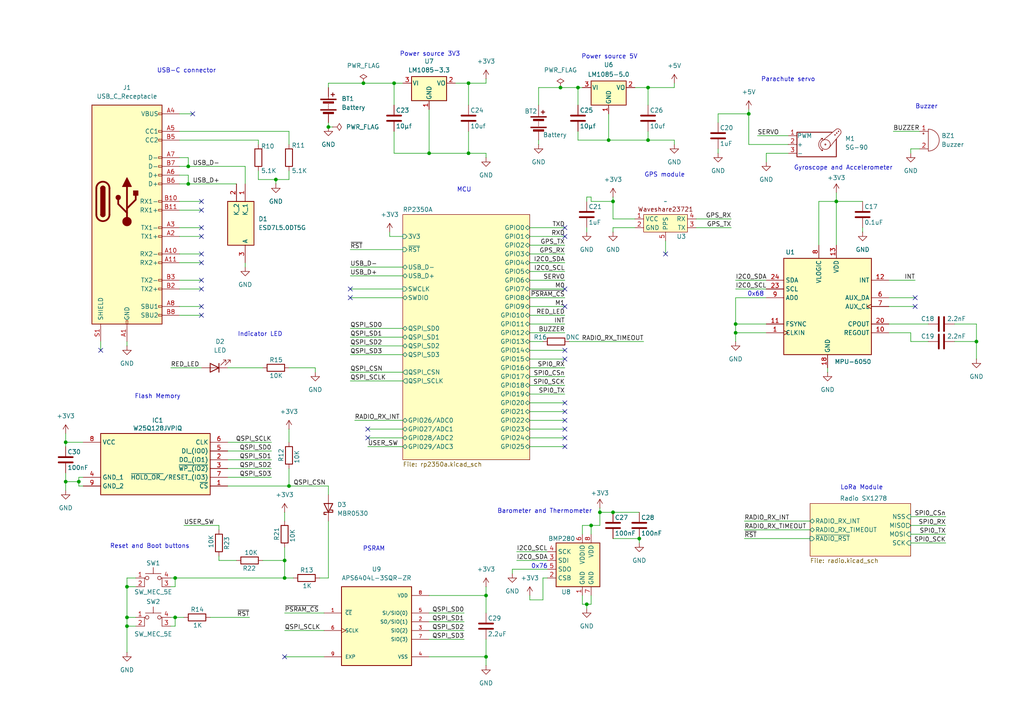
<source format=kicad_sch>
(kicad_sch (version 20250114) (generator "eeschema") (generator_version "9.0")
  (paper "A4")
  (title_block (title "Main Board") (date "2025-10-17") (rev "1.0.2") (company "Team ApolLO") (comment 1 "Author: Wiktor Kociuba"))
  (text "0x68\n" (at 219.202 85.344 0) (effects (font (size 1.27 1.27))))
  (text "Buzzer\n" (at 268.732 30.988 0) (effects (font (size 1.27 1.27))))
  (text "Power source 5V\n" (at 176.784 16.51 0) (effects (font (size 1.27 1.27))))
  (text "Parachute servo\n" (at 228.6 23.114 0) (effects (font (size 1.27 1.27))))
  (text "Gyroscope and Accelerometer" (at 244.602 48.768 0) (effects (font (size 1.27 1.27))))
  (text "Reset and Boot buttons" (at 43.434 158.496 0) (effects (font (size 1.27 1.27))))
  (text "GPS module\n" (at 192.786 50.8 0) (effects (font (size 1.27 1.27))))
  (text "LoRa Module\n" (at 249.936 141.478 0) (effects (font (size 1.27 1.27))))
  (text "Power source 3V3\n" (at 124.714 15.748 0) (effects (font (size 1.27 1.27))))
  (text "PSRAM\n" (at 108.458 159.258 0) (effects (font (size 1.27 1.27))))
  (text "MCU\n" (at 134.62 55.118 0) (effects (font (size 1.27 1.27))))
  (text "0x76\n" (at 156.464 164.338 0) (effects (font (size 1.27 1.27))))
  (text "Barometer and Thermometer\n" (at 157.988 148.336 0) (effects (font (size 1.27 1.27))))
  (text "USB-C connector\n" (at 54.102 20.574 0) (effects (font (size 1.27 1.27))))
  (text "Indicator LED\n" (at 75.438 97.028 0) (effects (font (size 1.27 1.27))))
  (text "Flash Memory" (at 45.72 115.062 0) (effects (font (size 1.27 1.27))))
  (junction (at 242.57 58.42))
  (junction (at 19.05 139.7))
  (junction (at 36.83 179.07))
  (junction (at 170.18 175.26))
  (junction (at 95.25 36.83))
  (junction (at 135.89 24.13))
  (junction (at 177.8 148.59))
  (junction (at 135.89 44.45))
  (junction (at 213.36 96.52))
  (junction (at 82.55 162.56))
  (junction (at 177.8 58.42))
  (junction (at 83.82 140.97))
  (junction (at 171.45 152.4))
  (junction (at 213.36 93.98))
  (junction (at 124.46 44.45))
  (junction (at 105.41 24.13))
  (junction (at 167.64 25.4))
  (junction (at 36.83 170.18))
  (junction (at 187.96 25.4))
  (junction (at 54.61 53.34))
  (junction (at 185.42 156.21))
  (junction (at 283.21 99.06))
  (junction (at 22.86 139.7))
  (junction (at 80.01 52.07))
  (junction (at 19.05 128.27))
  (junction (at 36.83 181.61))
  (junction (at 140.97 190.5))
  (junction (at 114.3 24.13))
  (junction (at 50.8 167.64))
  (junction (at 217.17 33.02))
  (junction (at 140.97 172.72))
  (junction (at 82.55 167.64))
  (junction (at 176.53 40.64))
  (junction (at 54.61 48.26))
  (junction (at 50.8 179.07))
  (junction (at 173.99 148.59))
  (junction (at 187.96 40.64))
  (junction (at 162.56 25.4))
  (no_connect (at 58.42 91.44))
  (no_connect (at 55.88 33.02))
  (no_connect (at 82.55 190.5))
  (no_connect (at 163.83 88.9))
  (no_connect (at 163.83 124.46))
  (no_connect (at 163.83 116.84))
  (no_connect (at 58.42 73.66))
  (no_connect (at 265.43 86.36))
  (no_connect (at 163.83 129.54))
  (no_connect (at 58.42 60.96))
  (no_connect (at 101.6 83.82))
  (no_connect (at 29.21 101.6))
  (no_connect (at 163.83 101.6))
  (no_connect (at 163.83 66.04))
  (no_connect (at 58.42 66.04))
  (no_connect (at 58.42 58.42))
  (no_connect (at 58.42 76.2))
  (no_connect (at 163.83 68.58))
  (no_connect (at 163.83 127))
  (no_connect (at 58.42 88.9))
  (no_connect (at 163.83 104.14))
  (no_connect (at 163.83 83.82))
  (no_connect (at 193.04 73.66))
  (no_connect (at 58.42 68.58))
  (no_connect (at 106.68 127))
  (no_connect (at 163.83 121.92))
  (no_connect (at 58.42 83.82))
  (no_connect (at 106.68 124.46))
  (no_connect (at 265.43 88.9))
  (no_connect (at 58.42 81.28))
  (no_connect (at 163.83 119.38))
  (no_connect (at 101.6 86.36))
  (wire (pts (xy 177.8 156.21) (xy 185.42 156.21)))
  (wire (pts (xy 49.53 170.18) (xy 50.8 170.18)))
  (wire (pts (xy 201.93 63.5) (xy 212.09 63.5)))
  (wire (pts (xy 171.45 152.4) (xy 168.91 152.4)))
  (wire (pts (xy 242.57 55.88) (xy 242.57 58.42)))
  (wire (pts (xy 176.53 40.64) (xy 187.96 40.64)))
  (wire (pts (xy 167.64 40.64) (xy 176.53 40.64)))
  (wire (pts (xy 50.8 167.64) (xy 82.55 167.64)))
  (wire (pts (xy 22.86 139.7) (xy 19.05 139.7)))
  (wire (pts (xy 54.61 45.72) (xy 54.61 48.26)))
  (wire (pts (xy 153.67 88.9) (xy 163.83 88.9)))
  (wire (pts (xy 22.86 138.43) (xy 22.86 139.7)))
  (wire (pts (xy 257.81 96.52) (xy 264.16 96.52)))
  (wire (pts (xy 264.16 157.48) (xy 274.32 157.48)))
  (wire (pts (xy 219.71 39.37) (xy 228.6 39.37)))
  (wire (pts (xy 217.17 33.02) (xy 208.28 33.02)))
  (wire (pts (xy 153.67 111.76) (xy 163.83 111.76)))
  (wire (pts (xy 124.46 190.5) (xy 140.97 190.5)))
  (wire (pts (xy 215.9 156.21) (xy 234.95 156.21)))
  (wire (pts (xy 52.07 83.82) (xy 58.42 83.82)))
  (wire (pts (xy 132.08 24.13) (xy 135.89 24.13)))
  (wire (pts (xy 22.86 139.7) (xy 22.86 140.97)))
  (wire (pts (xy 124.46 44.45) (xy 135.89 44.45)))
  (wire (pts (xy 201.93 66.04) (xy 212.09 66.04)))
  (wire (pts (xy 222.25 44.45) (xy 222.25 46.99)))
  (wire (pts (xy 95.25 140.97) (xy 95.25 143.51)))
  (wire (pts (xy 95.25 24.13) (xy 105.41 24.13)))
  (wire (pts (xy 213.36 93.98) (xy 222.25 93.98)))
  (wire (pts (xy 156.21 40.64) (xy 156.21 41.91)))
  (wire (pts (xy 36.83 179.07) (xy 36.83 181.61)))
  (wire (pts (xy 52.07 38.1) (xy 83.82 38.1)))
  (wire (pts (xy 66.04 140.97) (xy 83.82 140.97)))
  (wire (pts (xy 168.91 175.26) (xy 168.91 172.72)))
  (wire (pts (xy 74.93 40.64) (xy 74.93 41.91)))
  (wire (pts (xy 213.36 86.36) (xy 222.25 86.36)))
  (wire (pts (xy 71.12 76.2) (xy 71.12 77.47)))
  (wire (pts (xy 63.5 153.67) (xy 63.5 152.4)))
  (wire (pts (xy 215.9 153.67) (xy 234.95 153.67)))
  (wire (pts (xy 153.67 124.46) (xy 163.83 124.46)))
  (wire (pts (xy 66.04 138.43) (xy 78.74 138.43)))
  (wire (pts (xy 217.17 33.02) (xy 217.17 41.91)))
  (wire (pts (xy 153.67 68.58) (xy 163.83 68.58)))
  (wire (pts (xy 170.18 67.31) (xy 170.18 66.04)))
  (wire (pts (xy 91.44 106.68) (xy 91.44 107.95)))
  (wire (pts (xy 135.89 24.13) (xy 135.89 30.48)))
  (wire (pts (xy 259.08 38.1) (xy 266.7 38.1)))
  (wire (pts (xy 83.82 38.1) (xy 83.82 41.91)))
  (wire (pts (xy 167.64 25.4) (xy 167.64 30.48)))
  (wire (pts (xy 36.83 181.61) (xy 36.83 189.23)))
  (wire (pts (xy 54.61 53.34) (xy 68.58 53.34)))
  (wire (pts (xy 52.07 50.8) (xy 54.61 50.8)))
  (wire (pts (xy 153.67 83.82) (xy 163.83 83.82)))
  (wire (pts (xy 195.58 40.64) (xy 195.58 41.91)))
  (wire (pts (xy 185.42 157.48) (xy 185.42 156.21)))
  (wire (pts (xy 66.04 130.81) (xy 78.74 130.81)))
  (wire (pts (xy 173.99 148.59) (xy 173.99 152.4)))
  (wire (pts (xy 49.53 179.07) (xy 50.8 179.07)))
  (wire (pts (xy 101.6 95.25) (xy 116.84 95.25)))
  (wire (pts (xy 68.58 162.56) (xy 63.5 162.56)))
  (wire (pts (xy 82.55 167.64) (xy 85.09 167.64)))
  (wire (pts (xy 95.25 36.83) (xy 95.25 35.56)))
  (wire (pts (xy 101.6 83.82) (xy 116.84 83.82)))
  (wire (pts (xy 50.8 179.07) (xy 53.34 179.07)))
  (wire (pts (xy 257.81 86.36) (xy 265.43 86.36)))
  (wire (pts (xy 124.46 185.42) (xy 134.62 185.42)))
  (wire (pts (xy 52.07 58.42) (xy 58.42 58.42)))
  (wire (pts (xy 140.97 190.5) (xy 140.97 193.04)))
  (wire (pts (xy 257.81 88.9) (xy 265.43 88.9)))
  (wire (pts (xy 114.3 24.13) (xy 114.3 30.48)))
  (wire (pts (xy 52.07 91.44) (xy 58.42 91.44)))
  (wire (pts (xy 66.04 106.68) (xy 76.2 106.68)))
  (wire (pts (xy 171.45 172.72) (xy 171.45 175.26)))
  (wire (pts (xy 92.71 167.64) (xy 95.25 167.64)))
  (wire (pts (xy 162.56 25.4) (xy 167.64 25.4)))
  (wire (pts (xy 124.46 182.88) (xy 134.62 182.88)))
  (wire (pts (xy 114.3 38.1) (xy 114.3 44.45)))
  (wire (pts (xy 177.8 57.15) (xy 177.8 58.42)))
  (wire (pts (xy 153.67 109.22) (xy 163.83 109.22)))
  (wire (pts (xy 213.36 83.82) (xy 222.25 83.82)))
  (wire (pts (xy 36.83 170.18) (xy 39.37 170.18)))
  (wire (pts (xy 114.3 24.13) (xy 116.84 24.13)))
  (wire (pts (xy 177.8 148.59) (xy 185.42 148.59)))
  (wire (pts (xy 116.84 129.54) (xy 106.68 129.54)))
  (wire (pts (xy 24.13 140.97) (xy 22.86 140.97)))
  (wire (pts (xy 153.67 91.44) (xy 163.83 91.44)))
  (wire (pts (xy 82.55 162.56) (xy 82.55 167.64)))
  (wire (pts (xy 52.07 33.02) (xy 55.88 33.02)))
  (wire (pts (xy 135.89 24.13) (xy 140.97 24.13)))
  (wire (pts (xy 264.16 99.06) (xy 269.24 99.06)))
  (wire (pts (xy 53.34 152.4) (xy 63.5 152.4)))
  (wire (pts (xy 167.64 25.4) (xy 168.91 25.4)))
  (wire (pts (xy 140.97 172.72) (xy 140.97 177.8)))
  (wire (pts (xy 153.67 86.36) (xy 163.83 86.36)))
  (wire (pts (xy 187.96 38.1) (xy 187.96 40.64)))
  (wire (pts (xy 116.84 124.46) (xy 106.68 124.46)))
  (wire (pts (xy 52.07 53.34) (xy 54.61 53.34)))
  (wire (pts (xy 60.96 179.07) (xy 72.39 179.07)))
  (wire (pts (xy 83.82 124.46) (xy 83.82 128.27)))
  (wire (pts (xy 82.55 158.75) (xy 82.55 162.56)))
  (wire (pts (xy 101.6 107.95) (xy 116.84 107.95)))
  (wire (pts (xy 153.67 76.2) (xy 163.83 76.2)))
  (wire (pts (xy 101.6 80.01) (xy 116.84 80.01)))
  (wire (pts (xy 213.36 96.52) (xy 213.36 93.98)))
  (wire (pts (xy 135.89 38.1) (xy 135.89 44.45)))
  (wire (pts (xy 36.83 170.18) (xy 36.83 179.07)))
  (wire (pts (xy 153.67 173.99) (xy 153.67 172.72)))
  (wire (pts (xy 19.05 128.27) (xy 19.05 129.54)))
  (wire (pts (xy 170.18 57.15) (xy 170.18 58.42)))
  (wire (pts (xy 52.07 66.04) (xy 58.42 66.04)))
  (wire (pts (xy 95.25 24.13) (xy 95.25 25.4)))
  (wire (pts (xy 171.45 175.26) (xy 170.18 175.26)))
  (wire (pts (xy 208.28 44.45) (xy 208.28 43.18)))
  (wire (pts (xy 105.41 24.13) (xy 114.3 24.13)))
  (wire (pts (xy 148.59 165.1) (xy 148.59 166.37)))
  (wire (pts (xy 66.04 133.35) (xy 78.74 133.35)))
  (wire (pts (xy 156.21 25.4) (xy 162.56 25.4)))
  (wire (pts (xy 156.21 30.48) (xy 156.21 25.4)))
  (wire (pts (xy 173.99 152.4) (xy 171.45 152.4)))
  (wire (pts (xy 54.61 48.26) (xy 71.12 48.26)))
  (wire (pts (xy 50.8 181.61) (xy 50.8 179.07)))
  (wire (pts (xy 264.16 152.4) (xy 274.32 152.4)))
  (wire (pts (xy 170.18 175.26) (xy 170.18 176.53)))
  (wire (pts (xy 195.58 24.13) (xy 195.58 25.4)))
  (wire (pts (xy 257.81 93.98) (xy 269.24 93.98)))
  (wire (pts (xy 242.57 58.42) (xy 250.19 58.42)))
  (wire (pts (xy 36.83 100.33) (xy 36.83 99.06)))
  (wire (pts (xy 177.8 66.04) (xy 177.8 67.31)))
  (wire (pts (xy 52.07 88.9) (xy 58.42 88.9)))
  (wire (pts (xy 153.67 96.52) (xy 163.83 96.52)))
  (wire (pts (xy 113.03 67.31) (xy 113.03 68.58)))
  (wire (pts (xy 74.93 49.53) (xy 74.93 52.07)))
  (wire (pts (xy 177.8 58.42) (xy 177.8 63.5)))
  (wire (pts (xy 52.07 45.72) (xy 54.61 45.72)))
  (wire (pts (xy 82.55 182.88) (xy 93.98 182.88)))
  (wire (pts (xy 36.83 181.61) (xy 39.37 181.61)))
  (wire (pts (xy 74.93 52.07) (xy 80.01 52.07)))
  (wire (pts (xy 83.82 140.97) (xy 95.25 140.97)))
  (wire (pts (xy 66.04 128.27) (xy 78.74 128.27)))
  (wire (pts (xy 140.97 185.42) (xy 140.97 190.5)))
  (wire (pts (xy 80.01 53.34) (xy 80.01 52.07)))
  (wire (pts (xy 242.57 58.42) (xy 242.57 71.12)))
  (wire (pts (xy 168.91 152.4) (xy 168.91 154.94)))
  (wire (pts (xy 173.99 147.32) (xy 173.99 148.59)))
  (wire (pts (xy 82.55 177.8) (xy 93.98 177.8)))
  (wire (pts (xy 157.48 167.64) (xy 157.48 173.99)))
  (wire (pts (xy 213.36 99.06) (xy 213.36 96.52)))
  (wire (pts (xy 264.16 96.52) (xy 264.16 99.06)))
  (wire (pts (xy 184.15 25.4) (xy 187.96 25.4)))
  (wire (pts (xy 149.86 162.56) (xy 158.75 162.56)))
  (wire (pts (xy 49.53 167.64) (xy 50.8 167.64)))
  (wire (pts (xy 177.8 58.42) (xy 171.45 58.42)))
  (wire (pts (xy 116.84 121.92) (xy 102.87 121.92)))
  (wire (pts (xy 276.86 93.98) (xy 283.21 93.98)))
  (wire (pts (xy 276.86 99.06) (xy 283.21 99.06)))
  (wire (pts (xy 158.75 167.64) (xy 157.48 167.64)))
  (wire (pts (xy 149.86 160.02) (xy 158.75 160.02)))
  (wire (pts (xy 153.67 101.6) (xy 163.83 101.6)))
  (wire (pts (xy 101.6 102.87) (xy 116.84 102.87)))
  (wire (pts (xy 153.67 78.74) (xy 163.83 78.74)))
  (wire (pts (xy 83.82 106.68) (xy 91.44 106.68)))
  (wire (pts (xy 83.82 135.89) (xy 83.82 140.97)))
  (wire (pts (xy 101.6 97.79) (xy 116.84 97.79)))
  (wire (pts (xy 49.53 106.68) (xy 58.42 106.68)))
  (wire (pts (xy 153.67 104.14) (xy 163.83 104.14)))
  (wire (pts (xy 101.6 72.39) (xy 116.84 72.39)))
  (wire (pts (xy 39.37 167.64) (xy 36.83 167.64)))
  (wire (pts (xy 237.49 71.12) (xy 237.49 58.42)))
  (wire (pts (xy 153.67 129.54) (xy 163.83 129.54)))
  (wire (pts (xy 52.07 60.96) (xy 58.42 60.96)))
  (wire (pts (xy 187.96 25.4) (xy 187.96 30.48)))
  (wire (pts (xy 171.45 58.42) (xy 171.45 57.15)))
  (wire (pts (xy 264.16 149.86) (xy 274.32 149.86)))
  (wire (pts (xy 217.17 31.75) (xy 217.17 33.02)))
  (wire (pts (xy 237.49 58.42) (xy 242.57 58.42)))
  (wire (pts (xy 187.96 40.64) (xy 195.58 40.64)))
  (wire (pts (xy 140.97 44.45) (xy 140.97 45.72)))
  (wire (pts (xy 76.2 162.56) (xy 82.55 162.56)))
  (wire (pts (xy 266.7 43.18) (xy 264.16 43.18)))
  (wire (pts (xy 171.45 152.4) (xy 171.45 154.94)))
  (wire (pts (xy 124.46 31.75) (xy 124.46 44.45)))
  (wire (pts (xy 52.07 73.66) (xy 58.42 73.66)))
  (wire (pts (xy 283.21 99.06) (xy 283.21 104.14)))
  (wire (pts (xy 153.67 81.28) (xy 163.83 81.28)))
  (wire (pts (xy 213.36 96.52) (xy 222.25 96.52)))
  (wire (pts (xy 153.67 66.04) (xy 163.83 66.04)))
  (wire (pts (xy 116.84 127) (xy 106.68 127)))
  (wire (pts (xy 19.05 137.16) (xy 19.05 139.7)))
  (wire (pts (xy 50.8 170.18) (xy 50.8 167.64)))
  (wire (pts (xy 264.16 154.94) (xy 274.32 154.94)))
  (wire (pts (xy 176.53 33.02) (xy 176.53 40.64)))
  (wire (pts (xy 19.05 125.73) (xy 19.05 128.27)))
  (wire (pts (xy 187.96 25.4) (xy 195.58 25.4)))
  (wire (pts (xy 228.6 41.91) (xy 217.17 41.91)))
  (wire (pts (xy 19.05 139.7) (xy 19.05 142.24)))
  (wire (pts (xy 208.28 33.02) (xy 208.28 35.56)))
  (wire (pts (xy 240.03 107.95) (xy 240.03 106.68)))
  (wire (pts (xy 52.07 76.2) (xy 58.42 76.2)))
  (wire (pts (xy 113.03 68.58) (xy 116.84 68.58)))
  (wire (pts (xy 167.64 38.1) (xy 167.64 40.64)))
  (wire (pts (xy 153.67 71.12) (xy 163.83 71.12)))
  (wire (pts (xy 193.04 69.85) (xy 193.04 73.66)))
  (wire (pts (xy 153.67 73.66) (xy 163.83 73.66)))
  (wire (pts (xy 52.07 68.58) (xy 58.42 68.58)))
  (wire (pts (xy 52.07 40.64) (xy 74.93 40.64)))
  (wire (pts (xy 114.3 44.45) (xy 124.46 44.45)))
  (wire (pts (xy 82.55 148.59) (xy 82.55 151.13)))
  (wire (pts (xy 158.75 165.1) (xy 148.59 165.1)))
  (wire (pts (xy 213.36 81.28) (xy 222.25 81.28)))
  (wire (pts (xy 153.67 116.84) (xy 163.83 116.84)))
  (wire (pts (xy 153.67 127) (xy 163.83 127)))
  (wire (pts (xy 124.46 180.34) (xy 134.62 180.34)))
  (wire (pts (xy 101.6 86.36) (xy 116.84 86.36)))
  (wire (pts (xy 171.45 57.15) (xy 170.18 57.15)))
  (wire (pts (xy 250.19 66.04) (xy 250.19 67.31)))
  (wire (pts (xy 213.36 86.36) (xy 213.36 93.98)))
  (wire (pts (xy 124.46 177.8) (xy 134.62 177.8)))
  (wire (pts (xy 153.67 106.68) (xy 163.83 106.68)))
  (wire (pts (xy 54.61 48.26) (xy 52.07 48.26)))
  (wire (pts (xy 153.67 121.92) (xy 163.83 121.92)))
  (wire (pts (xy 264.16 43.18) (xy 264.16 44.45)))
  (wire (pts (xy 215.9 151.13) (xy 234.95 151.13)))
  (wire (pts (xy 83.82 52.07) (xy 80.01 52.07)))
  (wire (pts (xy 24.13 138.43) (xy 22.86 138.43)))
  (wire (pts (xy 153.67 99.06) (xy 157.48 99.06)))
  (wire (pts (xy 157.48 173.99) (xy 153.67 173.99)))
  (wire (pts (xy 95.25 167.64) (xy 95.25 151.13)))
  (wire (pts (xy 101.6 100.33) (xy 116.84 100.33)))
  (wire (pts (xy 52.07 81.28) (xy 58.42 81.28)))
  (wire (pts (xy 283.21 93.98) (xy 283.21 99.06)))
  (wire (pts (xy 170.18 175.26) (xy 168.91 175.26)))
  (wire (pts (xy 165.1 99.06) (xy 186.69 99.06)))
  (wire (pts (xy 184.15 66.04) (xy 177.8 66.04)))
  (wire (pts (xy 257.81 81.28) (xy 265.43 81.28)))
  (wire (pts (xy 228.6 44.45) (xy 222.25 44.45)))
  (wire (pts (xy 63.5 162.56) (xy 63.5 161.29)))
  (wire (pts (xy 66.04 135.89) (xy 78.74 135.89)))
  (wire (pts (xy 124.46 172.72) (xy 140.97 172.72)))
  (wire (pts (xy 153.67 119.38) (xy 163.83 119.38)))
  (wire (pts (xy 24.13 128.27) (xy 19.05 128.27)))
  (wire (pts (xy 95.25 36.83) (xy 96.52 36.83)))
  (wire (pts (xy 153.67 114.3) (xy 163.83 114.3)))
  (wire (pts (xy 153.67 93.98) (xy 163.83 93.98)))
  (wire (pts (xy 29.21 99.06) (xy 29.21 101.6)))
  (wire (pts (xy 82.55 190.5) (xy 93.98 190.5)))
  (wire (pts (xy 54.61 50.8) (xy 54.61 53.34)))
  (wire (pts (xy 184.15 63.5) (xy 177.8 63.5)))
  (wire (pts (xy 101.6 110.49) (xy 116.84 110.49)))
  (wire (pts (xy 49.53 181.61) (xy 50.8 181.61)))
  (wire (pts (xy 101.6 77.47) (xy 116.84 77.47)))
  (wire (pts (xy 83.82 49.53) (xy 83.82 52.07)))
  (wire (pts (xy 135.89 44.45) (xy 140.97 44.45)))
  (wire (pts (xy 36.83 167.64) (xy 36.83 170.18)))
  (wire (pts (xy 173.99 148.59) (xy 177.8 148.59)))
  (wire (pts (xy 140.97 22.86) (xy 140.97 24.13)))
  (wire (pts (xy 71.12 53.34) (xy 71.12 48.26)))
  (wire (pts (xy 140.97 170.18) (xy 140.97 172.72)))
  (wire (pts (xy 36.83 179.07) (xy 39.37 179.07)))
  (label "QSPI_SD2" (at 78.74 135.89 180))
  (label "QSPI_SD1" (at 78.74 133.35 180))
  (label "USER_SW" (at 53.34 152.4 0))
  (label "QSPI_SCLK" (at 78.74 128.27 180))
  (label "QSPI_SD3" (at 134.62 185.42 180))
  (label "I2C0_SDA" (at 149.86 162.56 0))
  (label "RADIO_RX_INT" (at 215.9 151.13 0))
  (label "I2C0_SDA" (at 163.83 76.2 180))
  (label "QSPI_SD1" (at 134.62 180.34 180))
  (label "USB_D+" (at 101.6 80.01 0))
  (label "QSPI_SD3" (at 78.74 138.43 180))
  (label "INT" (at 265.43 81.28 180))
  (label "~{RST}" (at 101.6 72.39 0))
  (label "SPI0_RX" (at 274.32 152.4 180))
  (label "USER_SW" (at 106.68 129.54 0))
  (label "USB_D+" (at 55.88 53.34 0))
  (label "RADIO_RX_INT" (at 102.87 121.92 0))
  (label "USB_D-" (at 101.6 77.47 0))
  (label "RED_LED" (at 163.83 91.44 180))
  (label "I2C0_SCL" (at 163.83 78.74 180))
  (label "USB_D-" (at 55.88 48.26 0))
  (label "~{RST}" (at 72.39 179.07 180))
  (label "RXD" (at 163.83 68.58 180))
  (label "QSPI_SCLK" (at 101.6 110.49 0))
  (label "QSPI_SD0" (at 134.62 177.8 180))
  (label "M1" (at 163.83 88.9 180))
  (label "SERVO" (at 219.71 39.37 0))
  (label "RADIO_RX_TIMEOUT" (at 215.9 153.67 0))
  (label "QSPI_SCLK" (at 82.55 182.88 0))
  (label "BUZZER" (at 163.83 96.52 180))
  (label "SERVO" (at 163.83 81.28 180))
  (label "QSPI_CSN" (at 85.09 140.97 0))
  (label "GPS_RX" (at 212.09 63.5 180))
  (label "SPI0_RX" (at 163.83 106.68 180))
  (label "RADIO_RX_TIMEOUT" (at 186.69 99.06 180))
  (label "~{PSRAM_CS}" (at 82.55 177.8 0))
  (label "~{RST}" (at 215.9 156.21 0))
  (label "SPI0_SCK" (at 163.83 111.76 180))
  (label "I2C0_SDA" (at 213.36 81.28 0))
  (label "M0" (at 163.83 83.82 180))
  (label "GPS_TX" (at 163.83 71.12 180))
  (label "I2C0_SCL" (at 213.36 83.82 0))
  (label "QSPI_SD2" (at 101.6 100.33 0))
  (label "TXD" (at 163.83 66.04 180))
  (label "GPS_RX" (at 163.83 73.66 180))
  (label "INT" (at 163.83 93.98 180))
  (label "SPI0_CSn" (at 274.32 149.86 180))
  (label "QSPI_CSN" (at 101.6 107.95 0))
  (label "QSPI_SD1" (at 101.6 97.79 0))
  (label "QSPI_SD2" (at 134.62 182.88 180))
  (label "SPI0_TX" (at 274.32 154.94 180))
  (label "RED_LED" (at 49.53 106.68 0))
  (label "QSPI_SD0" (at 78.74 130.81 180))
  (label "BUZZER" (at 259.08 38.1 0))
  (label "QSPI_SD3" (at 101.6 102.87 0))
  (label "GPS_TX" (at 212.09 66.04 180))
  (label "I2C0_SCL" (at 149.86 160.02 0))
  (label "SPI0_TX" (at 163.83 114.3 180))
  (label "QSPI_SD0" (at 101.6 95.25 0))
  (label "SPI0_CSn" (at 163.83 109.22 180))
  (label "SPI0_SCK" (at 274.32 157.48 180))
  (label "~{PSRAM_CS}" (at 163.83 86.36 180))
  (symbol (lib_id "SamacSys_Parts:W25Q128JVPIQ") (at 24.13 128.27 0) (unit 1)
    (property "Reference" "IC1" (at 45.72 121.92 0))
    (property "Value" "W25Q128JVPIQ" (at 45.72 124.206 0))
    (property "Footprint" "SamacSys_Parts:SON127P600X500X80-9N-D" (effects (hide yes)))
    (property "Datasheet" "https://www.winbond.com/hq/search-resource-file.jsp?partNo=W25Q128JVPIQ&type=datasheet" (effects (hide yes)))
    (property "Description" "128M-bit Serial Flash Memory with uniform 4KB sectors and Dual/Quad SPI" (effects (hide yes)))
    (property "Height" "0.8" (effects (hide yes)))
    (property "Mouser Part Number" "454-W25Q128JVPIQ" (effects (hide yes)))
    (property "Mouser Price/Stock" "https://www.mouser.co.uk/ProductDetail/Winbond/W25Q128JVPIQ?qs=qSfuJ%252Bfl%2Fd676hAD%252B1JSfw%3D%3D" (effects (hide yes)))
    (property "Manufacturer_Name" "Winbond" (effects (hide yes)))
    (property "Manufacturer_Part_Number" "W25Q128JVPIQ" (effects (hide yes)))
  )
  (symbol (lib_id "power:GND") (at 91.44 107.95 0) (unit 1)
    (property "Reference" "#PWR017" (effects (hide yes)))
    (property "Value" "GND" (at 91.44 113.03 0))
    (property "Description" "Power symbol creates a global label with name \"GND\" , ground" (effects (hide yes)))
  )
  (symbol (lib_id "power:GND") (at 250.19 67.31 0) (unit 1)
    (property "Reference" "#PWR035" (effects (hide yes)))
    (property "Value" "GND" (at 250.19 72.39 0))
    (property "Description" "Power symbol creates a global label with name \"GND\" , ground" (effects (hide yes)))
  )
  (symbol (lib_id "power:+3V3") (at 177.8 57.15 0) (unit 1)
    (property "Reference" "#PWR019" (effects (hide yes)))
    (property "Value" "+3V3" (at 177.8 52.07 0))
    (property "Description" "Power symbol creates a global label with name \"+3V3\"" (effects (hide yes)))
  )
  (symbol (lib_id "power:GND") (at 148.59 166.37 0) (unit 1)
    (property "Reference" "#PWR044" (effects (hide yes)))
    (property "Value" "GND" (at 148.59 171.45 0))
    (property "Description" "Power symbol creates a global label with name \"GND\" , ground" (effects (hide yes)))
  )
  (symbol (lib_id "Device:C") (at 114.3 34.29 0) (unit 1)
    (property "Reference" "C23" (at 114.808 32.004 0) (effects (justify left)))
    (property "Value" "10µf" (at 114.808 36.576 0) (effects (justify left)))
    (property "Description" "Unpolarized capacitor" (effects (hide yes)))
  )
  (symbol (lib_id "Device:R") (at 88.9 167.64 90) (unit 1)
    (property "Reference" "R13" (at 90.932 165.354 90) (effects (justify left)))
    (property "Value" "1K" (at 90.424 169.926 90) (effects (justify left)))
    (property "Footprint" "Resistor_THT:R_Axial_DIN0207_L6.3mm_D2.5mm_P7.62mm_Horizontal" (effects (hide yes)))
    (property "Description" "Resistor" (effects (hide yes)))
  )
  (symbol (lib_id "power:GND") (at 213.36 99.06 0) (unit 1)
    (property "Reference" "#PWR034" (effects (hide yes)))
    (property "Value" "GND" (at 213.36 104.14 0))
    (property "Description" "Power symbol creates a global label with name \"GND\" , ground" (effects (hide yes)))
  )
  (symbol (lib_id "Device:R") (at 80.01 106.68 90) (unit 1)
    (property "Reference" "R15" (at 82.042 104.394 90) (effects (justify left)))
    (property "Value" "10K" (at 82.042 108.966 90) (effects (justify left)))
    (property "Footprint" "Resistor_THT:R_Axial_DIN0207_L6.3mm_D2.5mm_P7.62mm_Horizontal" (effects (hide yes)))
    (property "Description" "Resistor" (effects (hide yes)))
  )
  (symbol (lib_id "Device:R") (at 63.5 157.48 0) (unit 1)
    (property "Reference" "R23" (at 65.786 159.512 90) (effects (justify left)))
    (property "Value" "10K" (at 61.214 159.004 90) (effects (justify left)))
    (property "Footprint" "Resistor_THT:R_Axial_DIN0207_L6.3mm_D2.5mm_P7.62mm_Horizontal" (effects (hide yes)))
    (property "Description" "Resistor" (effects (hide yes)))
  )
  (symbol (lib_id "SamacSys_Parts:ESD7L5.0DT5G") (at 71.12 53.34 270) (unit 1)
    (property "Reference" "D1" (at 74.93 63.4999 90) (effects (justify left)))
    (property "Value" "ESD7L5.0DT5G" (at 74.93 66.0399 90) (effects (justify left)))
    (property "Footprint" "SamacSys_Parts:MMBT2907AM3T5G" (effects (hide yes)))
    (property "Datasheet" "https://www.onsemi.com/pub/Collateral/ESD7L-D.PDF" (effects (hide yes)))
    (property "Description" "Small Body Outline Dimensions: 0.047 x 0.047 (1.20 mm x 1.20 mm); IEC6100042 Level 4 ESD Protection; Low Clamping Voltage; Low Capacitance 0.5 pF Typical; Response Time is Typically < 1.0 ns; Low Leakage; S Prefix for Automotive and Other Applications Requiring Unique Site and Control Change Requirements; AECQ101 Qualified and PPAP Capable; Low Body Height: 0.020 (0.5 mm); This is a PbFree Device" (effects (hide yes)))
    (property "Height" "1" (effects (hide yes)))
    (property "Mouser Part Number" "863-ESD7L5.0DT5G" (effects (hide yes)))
    (property "Mouser Price/Stock" "https://www.mouser.co.uk/ProductDetail/onsemi/ESD7L5.0DT5G?qs=eJe21KOba0QSbid%252BWrUZ9g%3D%3D" (effects (hide yes)))
    (property "Manufacturer_Name" "onsemi" (effects (hide yes)))
    (property "Manufacturer_Part_Number" "ESD7L5.0DT5G" (effects (hide yes)))
  )
  (symbol (lib_id "power:+3V3") (at 82.55 148.59 0) (unit 1)
    (property "Reference" "#PWR014" (effects (hide yes)))
    (property "Value" "+3V3" (at 82.55 143.51 0))
    (property "Description" "Power symbol creates a global label with name \"+3V3\"" (effects (hide yes)))
  )
  (symbol (lib_id "Regulator_Linear:LM1085-5.0") (at 176.53 25.4 0) (unit 1)
    (property "Reference" "U6" (at 176.53 18.796 0))
    (property "Value" "LM1085-5.0" (at 176.53 21.59 0))
    (property "Datasheet" "http://www.ti.com/lit/ds/symlink/lm1085.pdf" (effects (hide yes)))
    (property "Description" "3A 25V Linear Regulator, Fixed Output 5.0V, TO-220/TO-263" (effects (hide yes)))
  )
  (symbol (lib_id "Device:C") (at 170.18 62.23 0) (unit 1)
    (property "Reference" "C21" (at 170.688 59.944 0) (effects (justify left)))
    (property "Value" "1uF" (at 170.688 64.516 0) (effects (justify left)))
    (property "Description" "Unpolarized capacitor" (effects (hide yes)))
  )
  (symbol (lib_id "Device:R") (at 57.15 179.07 90) (unit 1)
    (property "Reference" "R14" (at 59.182 176.784 90) (effects (justify left)))
    (property "Value" "1K" (at 58.674 181.356 90) (effects (justify left)))
    (property "Footprint" "Resistor_THT:R_Axial_DIN0207_L6.3mm_D2.5mm_P7.62mm_Horizontal" (effects (hide yes)))
    (property "Description" "Resistor" (effects (hide yes)))
  )
  (symbol (lib_id "power:+3V3") (at 242.57 55.88 0) (unit 1)
    (property "Reference" "#PWR033" (effects (hide yes)))
    (property "Value" "+3V3" (at 242.57 51.562 0))
    (property "Description" "Power symbol creates a global label with name \"+3V3\"" (effects (hide yes)))
  )
  (symbol (lib_id "Motor:Motor_Servo") (at 236.22 41.91 0) (unit 1)
    (property "Reference" "M1" (at 245.11 40.2068 0) (effects (justify left)))
    (property "Value" "SG-90" (at 245.11 42.7468 0) (effects (justify left)))
    (property "Datasheet" "http://forums.parallax.com/uploads/attachments/46831/74481.png" (effects (hide yes)))
    (property "Description" "Servo Motor (Futaba, HiTec, JR connector)" (effects (hide yes)))
  )
  (symbol (lib_id "Sensor_Motion:MPU-6050") (at 240.03 88.9 0) (unit 1)
    (property "Reference" "U1" (at 227.838 73.152 0) (effects (justify left)))
    (property "Value" "MPU-6050" (at 242.062 104.902 0) (effects (justify left)))
    (property "Footprint" "Sensor_Motion:InvenSense_QFN-24_4x4mm_P0.5mm" (effects (hide yes)))
    (property "Datasheet" "https://invensense.tdk.com/wp-content/uploads/2015/02/MPU-6000-Datasheet1.pdf" (effects (hide yes)))
    (property "Description" "InvenSense 6-Axis Motion Sensor, Gyroscope, Accelerometer, I2C" (effects (hide yes)))
  )
  (symbol (lib_id "power:GND") (at 140.97 45.72 0) (unit 1)
    (property "Reference" "#PWR026" (effects (hide yes)))
    (property "Value" "GND" (at 140.97 50.8 0))
    (property "Description" "Power symbol creates a global label with name \"GND\" , ground" (effects (hide yes)))
  )
  (symbol (lib_id "Device:C") (at 177.8 152.4 0) (unit 1)
    (property "Reference" "C27" (at 178.308 150.114 0) (effects (justify left)))
    (property "Value" "100nF" (at 178.308 154.686 0) (effects (justify left)))
    (property "Description" "Unpolarized capacitor" (effects (hide yes)))
  )
  (symbol (lib_id "power:GND") (at 177.8 67.31 0) (unit 1)
    (property "Reference" "#PWR020" (effects (hide yes)))
    (property "Value" "GND" (at 177.8 72.39 0))
    (property "Description" "Power symbol creates a global label with name \"GND\" , ground" (effects (hide yes)))
  )
  (symbol (lib_id "power:+3V3") (at 19.05 125.73 0) (unit 1)
    (property "Reference" "#PWR049" (effects (hide yes)))
    (property "Value" "+3V3" (at 19.05 120.65 0))
    (property "Description" "Power symbol creates a global label with name \"+3V3\"" (effects (hide yes)))
  )
  (symbol (lib_id "power:GND") (at 36.83 189.23 0) (unit 1)
    (property "Reference" "#PWR016" (effects (hide yes)))
    (property "Value" "GND" (at 36.83 194.31 0))
    (property "Description" "Power symbol creates a global label with name \"GND\" , ground" (effects (hide yes)))
  )
  (symbol (lib_id "Device:Battery") (at 95.25 30.48 0) (unit 1)
    (property "Reference" "BT1" (at 99.06 28.6384 0) (effects (justify left)))
    (property "Value" "Battery" (at 99.06 31.1784 0) (effects (justify left)))
    (property "Description" "Multiple-cell battery" (effects (hide yes)))
  )
  (symbol (lib_id "power:GND") (at 71.12 77.47 0) (unit 1)
    (property "Reference" "#PWR012" (effects (hide yes)))
    (property "Value" "GND" (at 71.12 82.55 0))
    (property "Description" "Power symbol creates a global label with name \"GND\" , ground" (effects (hide yes)))
  )
  (symbol (lib_id "Sensor_Pressure:BMP280") (at 168.91 165.1 0) (unit 1)
    (property "Reference" "U8" (at 162.814 171.704 0) (effects (justify left)))
    (property "Value" "BMP280" (at 159.004 156.21 0) (effects (justify left)))
    (property "Footprint" "Package_LGA:Bosch_LGA-8_2x2.5mm_P0.65mm_ClockwisePinNumbering" (effects (hide yes)))
    (property "Datasheet" "https://ae-bst.resource.bosch.com/media/_tech/media/datasheets/BST-BMP280-DS001.pdf" (effects (hide yes)))
    (property "Description" "Absolute Barometric Pressure Sensor, LGA-8" (effects (hide yes)))
  )
  (symbol (lib_id "Device:Buzzer") (at 269.24 40.64 0) (unit 1)
    (property "Reference" "BZ1" (at 273.05 39.3699 0) (effects (justify left)))
    (property "Value" "Buzzer" (at 273.05 41.9099 0) (effects (justify left)))
    (property "Description" "Buzzer, polarized" (effects (hide yes)))
  )
  (symbol (lib_id "Switch:SW_MEC_5E") (at 44.45 170.18 0) (unit 1)
    (property "Reference" "SW1" (at 44.45 163.322 0))
    (property "Value" "SW_MEC_5E" (at 44.45 171.704 0))
    (property "Datasheet" "http://www.apem.com/int/index.php?controller=attachment&id_attachment=1371" (effects (hide yes)))
    (property "Description" "MEC 5E single pole normally-open tactile switch" (effects (hide yes)))
  )
  (symbol (lib_id "Device:R") (at 83.82 132.08 180) (unit 1)
    (property "Reference" "R12" (at 81.534 130.048 90) (effects (justify left)))
    (property "Value" "10K" (at 86.106 130.556 90) (effects (justify left)))
    (property "Footprint" "Resistor_THT:R_Axial_DIN0207_L6.3mm_D2.5mm_P7.62mm_Horizontal" (effects (hide yes)))
    (property "Description" "Resistor" (effects (hide yes)))
  )
  (symbol (lib_id "Connector:USB_C_Receptacle") (at 36.83 58.42 0) (unit 1)
    (property "Reference" "J1" (at 36.83 25.4 0))
    (property "Value" "USB_C_Receptacle" (at 36.83 27.94 0))
    (property "Datasheet" "https://www.usb.org/sites/default/files/documents/usb_type-c.zip" (effects (hide yes)))
    (property "Description" "USB Full-Featured Type-C Receptacle connector" (effects (hide yes)))
  )
  (symbol (lib_id "power:+3V3") (at 153.67 172.72 0) (unit 1)
    (property "Reference" "#PWR045" (effects (hide yes)))
    (property "Value" "+3V3" (at 153.67 167.64 0))
    (property "Description" "Power symbol creates a global label with name \"+3V3\"" (effects (hide yes)))
  )
  (symbol (lib_id "power:PWR_FLAG") (at 162.56 25.4 0) (unit 1)
    (property "Reference" "#FLG01" (effects (hide yes)))
    (property "Value" "PWR_FLAG" (at 162.56 20.32 0))
    (property "Description" "Special symbol for telling ERC where power comes from" (effects (hide yes)))
  )
  (symbol (lib_id "power:GND") (at 36.83 100.33 0) (unit 1)
    (property "Reference" "#PWR010" (effects (hide yes)))
    (property "Value" "GND" (at 36.83 105.41 0))
    (property "Description" "Power symbol creates a global label with name \"GND\" , ground" (effects (hide yes)))
  )
  (symbol (lib_id "power:+5V") (at 195.58 24.13 0) (unit 1)
    (property "Reference" "#PWR028" (effects (hide yes)))
    (property "Value" "+5V" (at 195.58 19.05 0))
    (property "Description" "Power symbol creates a global label with name \"+5V\"" (effects (hide yes)))
  )
  (symbol (lib_id "Device:LED") (at 62.23 106.68 180) (unit 1)
    (property "Reference" "D2" (at 63.8175 99.06 0))
    (property "Value" "LED" (at 63.8175 101.6 0))
    (property "Description" "Light emitting diode" (effects (hide yes)))
    (property "Sim.Pins" "1=K 2=A" (effects (hide yes)))
  )
  (symbol (lib_id "Device:Battery") (at 156.21 35.56 0) (unit 1)
    (property "Reference" "BT2" (at 152.146 32.258 0) (effects (justify left)))
    (property "Value" "Battery" (at 157.48 39.116 0) (effects (justify left)))
    (property "Description" "Multiple-cell battery" (effects (hide yes)))
  )
  (symbol (lib_id "power:GND") (at 170.18 176.53 0) (unit 1)
    (property "Reference" "#PWR041" (effects (hide yes)))
    (property "Value" "GND" (at 170.18 181.61 0))
    (property "Description" "Power symbol creates a global label with name \"GND\" , ground" (effects (hide yes)))
  )
  (symbol (lib_id "Device:R") (at 72.39 162.56 270) (unit 1)
    (property "Reference" "R22" (at 70.358 164.846 90) (effects (justify left)))
    (property "Value" "10K" (at 70.866 160.274 90) (effects (justify left)))
    (property "Footprint" "Resistor_THT:R_Axial_DIN0207_L6.3mm_D2.5mm_P7.62mm_Horizontal" (effects (hide yes)))
    (property "Description" "Resistor" (effects (hide yes)))
  )
  (symbol (lib_id "Device:C") (at 140.97 181.61 0) (unit 1)
    (property "Reference" "C29" (at 141.478 179.324 0) (effects (justify left)))
    (property "Value" "2.2uF" (at 141.478 183.896 0) (effects (justify left)))
    (property "Description" "Unpolarized capacitor" (effects (hide yes)))
  )
  (symbol (lib_id "power:GND") (at 240.03 107.95 0) (unit 1)
    (property "Reference" "#PWR030" (effects (hide yes)))
    (property "Value" "GND" (at 240.03 113.03 0))
    (property "Description" "Power symbol creates a global label with name \"GND\" , ground" (effects (hide yes)))
  )
  (symbol (lib_id "Device:R") (at 161.29 99.06 90) (unit 1)
    (property "Reference" "R16" (at 156.718 97.79 90))
    (property "Value" "DNC" (at 166.116 97.79 90))
    (property "Description" "Resistor" (effects (hide yes)))
  )
  (symbol (lib_id "power:GND") (at 95.25 36.83 0) (unit 1)
    (property "Reference" "#PWR08" (effects (hide yes)))
    (property "Value" "GND" (at 95.25 41.91 0))
    (property "Description" "Power symbol creates a global label with name \"GND\" , ground" (effects (hide yes)))
  )
  (symbol (lib_id "power:GND") (at 19.05 142.24 0) (unit 1)
    (property "Reference" "#PWR048" (effects (hide yes)))
    (property "Value" "GND" (at 19.05 147.32 0))
    (property "Description" "Power symbol creates a global label with name \"GND\" , ground" (effects (hide yes)))
  )
  (symbol (lib_id "Regulator_Linear:LM1085-3.3") (at 124.46 24.13 0) (unit 1)
    (property "Reference" "U7" (at 124.46 17.78 0))
    (property "Value" "LM1085-3.3" (at 124.46 20.32 0))
    (property "Datasheet" "http://www.ti.com/lit/ds/symlink/lm1085.pdf" (effects (hide yes)))
    (property "Description" "3A 27V Linear Regulator, Fixed Output 3.3V, TO-220/TO-263" (effects (hide yes)))
  )
  (symbol (lib_id "power:+3V3") (at 83.82 124.46 0) (unit 1)
    (property "Reference" "#PWR013" (effects (hide yes)))
    (property "Value" "+3V3" (at 83.82 119.38 0))
    (property "Description" "Power symbol creates a global label with name \"+3V3\"" (effects (hide yes)))
  )
  (symbol (lib_id "Device:R") (at 74.93 45.72 0) (unit 1)
    (property "Reference" "R10" (at 75.692 42.418 0) (effects (justify left)))
    (property "Value" "5.1K" (at 75.692 49.53 0) (effects (justify left)))
    (property "Footprint" "Resistor_THT:R_Axial_DIN0207_L6.3mm_D2.5mm_P7.62mm_Horizontal" (effects (hide yes)))
    (property "Description" "Resistor" (effects (hide yes)))
  )
  (symbol (lib_id "Device:C") (at 273.05 93.98 90) (unit 1)
    (property "Reference" "C18" (at 271.018 92.456 90) (effects (justify left)))
    (property "Value" "2.2nF" (at 280.162 92.456 90) (effects (justify left)))
    (property "Description" "Unpolarized capacitor" (effects (hide yes)))
  )
  (symbol (lib_id "APS6404L-3SQR-ZR:APS6404L-3SQR-ZR") (at 109.22 180.34 0) (unit 1)
    (property "Reference" "U9" (at 109.22 165.1 0))
    (property "Value" "APS6404L-3SQR-ZR" (at 109.22 167.64 0))
    (property "Footprint" "APS6404L-3SQR-ZR:PSON50P200X300X50-9N" (effects (hide yes)))
    (property "MF" "AP Memory" (effects (hide yes)))
    (property "MAXIMUM_PACKAGE_HEIGHT" "0.50mm" (effects (hide yes)))
    (property "Package" "None" (effects (hide yes)))
    (property "Price" "None" (effects (hide yes)))
    (property "Check_prices" "https://www.snapeda.com/parts/APS6404L-3SQR-ZR/AP+Memory/view-part/?ref=eda" (effects (hide yes)))
    (property "STANDARD" "Manufacturer Recommendations" (effects (hide yes)))
    (property "PARTREV" "2.3" (effects (hide yes)))
    (property "SnapEDA_Link" "https://www.snapeda.com/parts/APS6404L-3SQR-ZR/AP+Memory/view-part/?ref=snap" (effects (hide yes)))
    (property "MP" "APS6404L-3SQR-ZR" (effects (hide yes)))
    (property "Description_1" "DRAM IoT RAM 64Mb QSPI (x1,x4) SDR 133/84MHz, RBX, 3V, USON8" (effects (hide yes)))
    (property "Availability" "Not in stock" (effects (hide yes)))
    (property "MANUFACTURER" "AP Memory" (effects (hide yes)))
  )
  (symbol (lib_id "power:+3V3") (at 140.97 170.18 0) (unit 1)
    (property "Reference" "#PWR046" (effects (hide yes)))
    (property "Value" "+3V3" (at 140.97 165.1 0))
    (property "Description" "Power symbol creates a global label with name \"+3V3\"" (effects (hide yes)))
  )
  (symbol (lib_id "power:+3V3") (at 173.99 147.32 0) (unit 1)
    (property "Reference" "#PWR042" (effects (hide yes)))
    (property "Value" "+3V3" (at 173.99 143.002 0))
    (property "Description" "Power symbol creates a global label with name \"+3V3\"" (effects (hide yes)))
  )
  (symbol (lib_id "Device:C") (at 185.42 152.4 0) (unit 1)
    (property "Reference" "C28" (at 185.928 150.114 0) (effects (justify left)))
    (property "Value" "100nF" (at 185.928 154.686 0) (effects (justify left)))
    (property "Description" "Unpolarized capacitor" (effects (hide yes)))
  )
  (symbol (lib_id "Device:C") (at 167.64 34.29 0) (unit 1)
    (property "Reference" "C25" (at 168.148 32.004 0) (effects (justify left)))
    (property "Value" "10µf" (at 168.148 36.576 0) (effects (justify left)))
    (property "Description" "Unpolarized capacitor" (effects (hide yes)))
  )
  (symbol (lib_id "power:GND") (at 156.21 41.91 0) (unit 1)
    (property "Reference" "#PWR027" (effects (hide yes)))
    (property "Value" "GND" (at 156.21 46.99 0))
    (property "Description" "Power symbol creates a global label with name \"GND\" , ground" (effects (hide yes)))
  )
  (symbol (lib_id "Device:R") (at 82.55 154.94 180) (unit 1)
    (property "Reference" "R21" (at 80.264 152.908 90) (effects (justify left)))
    (property "Value" "10K" (at 84.836 153.416 90) (effects (justify left)))
    (property "Footprint" "Resistor_THT:R_Axial_DIN0207_L6.3mm_D2.5mm_P7.62mm_Horizontal" (effects (hide yes)))
    (property "Description" "Resistor" (effects (hide yes)))
  )
  (symbol (lib_id "Device:C") (at 19.05 133.35 0) (unit 1)
    (property "Reference" "C30" (at 19.558 131.064 0) (effects (justify left)))
    (property "Value" "100nF" (at 19.558 135.636 0) (effects (justify left)))
    (property "Description" "Unpolarized capacitor" (effects (hide yes)))
  )
  (symbol (lib_id "Device:C") (at 250.19 62.23 0) (unit 1)
    (property "Reference" "C17" (at 250.698 59.944 0) (effects (justify left)))
    (property "Value" "0.1uF" (at 250.698 64.516 0) (effects (justify left)))
    (property "Description" "Unpolarized capacitor" (effects (hide yes)))
  )
  (symbol (lib_id "power:+3V3") (at 113.03 67.31 0) (unit 1)
    (property "Reference" "#PWR09" (effects (hide yes)))
    (property "Value" "+3V3" (at 113.03 62.23 0))
    (property "Description" "Power symbol creates a global label with name \"+3V3\"" (effects (hide yes)))
  )
  (symbol (lib_id "Switch:SW_MEC_5E") (at 44.45 181.61 0) (unit 1)
    (property "Reference" "SW2" (at 44.45 174.498 0))
    (property "Value" "SW_MEC_5E" (at 44.45 183.896 0))
    (property "Datasheet" "http://www.apem.com/int/index.php?controller=attachment&id_attachment=1371" (effects (hide yes)))
    (property "Description" "MEC 5E single pole normally-open tactile switch" (effects (hide yes)))
  )
  (symbol (lib_id "power:GND") (at 264.16 44.45 0) (unit 1)
    (property "Reference" "#PWR018" (effects (hide yes)))
    (property "Value" "GND" (at 264.16 49.53 0))
    (property "Description" "Power symbol creates a global label with name \"GND\" , ground" (effects (hide yes)))
  )
  (symbol (lib_id "power:GND") (at 195.58 41.91 0) (unit 1)
    (property "Reference" "#PWR040" (effects (hide yes)))
    (property "Value" "GND" (at 195.58 46.99 0))
    (property "Description" "Power symbol creates a global label with name \"GND\" , ground" (effects (hide yes)))
  )
  (symbol (lib_id "Diode:MBR0530") (at 95.25 147.32 90) (unit 1)
    (property "Reference" "D3" (at 97.79 146.3674 90) (effects (justify right)))
    (property "Value" "MBR0530" (at 97.79 148.9074 90) (effects (justify right)))
    (property "Footprint" "Diode_SMD:D_SOD-123" (effects (hide yes)))
    (property "Datasheet" "http://www.mccsemi.com/up_pdf/MBR0520~MBR0580(SOD123).pdf" (effects (hide yes)))
    (property "Description" "30V 0.5A Schottky Power Rectifier Diode, SOD-123" (effects (hide yes)))
  )
  (symbol (lib_id "power:GND") (at 208.28 44.45 0) (unit 1)
    (property "Reference" "#PWR037" (effects (hide yes)))
    (property "Value" "GND" (at 208.28 49.53 0))
    (property "Description" "Power symbol creates a global label with name \"GND\" , ground" (effects (hide yes)))
  )
  (symbol (lib_id "power:GND") (at 170.18 67.31 0) (unit 1)
    (property "Reference" "#PWR038" (effects (hide yes)))
    (property "Value" "GND" (at 170.18 72.39 0))
    (property "Description" "Power symbol creates a global label with name \"GND\" , ground" (effects (hide yes)))
  )
  (symbol (lib_id "power:PWR_FLAG") (at 105.41 24.13 0) (unit 1)
    (property "Reference" "#FLG04" (effects (hide yes)))
    (property "Value" "PWR_FLAG" (at 105.41 19.05 0))
    (property "Description" "Special symbol for telling ERC where power comes from" (effects (hide yes)))
  )
  (symbol (lib_id "Device:C") (at 208.28 39.37 0) (unit 1)
    (property "Reference" "C20" (at 208.788 37.084 0) (effects (justify left)))
    (property "Value" "1uF" (at 208.788 41.656 0) (effects (justify left)))
    (property "Description" "Unpolarized capacitor" (effects (hide yes)))
  )
  (symbol (lib_id "power:PWR_FLAG") (at 96.52 36.83 270) (unit 1)
    (property "Reference" "#FLG02" (effects (hide yes)))
    (property "Value" "PWR_FLAG" (at 100.33 36.8299 90) (effects (justify left)))
    (property "Description" "Special symbol for telling ERC where power comes from" (effects (hide yes)))
  )
  (symbol (lib_id "Device:C") (at 187.96 34.29 0) (unit 1)
    (property "Reference" "C26" (at 188.468 32.004 0) (effects (justify left)))
    (property "Value" "10uf" (at 188.468 36.576 0) (effects (justify left)))
    (property "Description" "Unpolarized capacitor" (effects (hide yes)))
  )
  (symbol (lib_id "power:GND") (at 80.01 53.34 0) (unit 1)
    (property "Reference" "#PWR011" (effects (hide yes)))
    (property "Value" "GND" (at 80.01 58.42 0))
    (property "Description" "Power symbol creates a global label with name \"GND\" , ground" (effects (hide yes)))
  )
  (symbol (lib_id "Device:C") (at 273.05 99.06 90) (unit 1)
    (property "Reference" "C19" (at 271.018 97.536 90) (effects (justify left)))
    (property "Value" "2.2nF" (at 280.162 97.536 90) (effects (justify left)))
    (property "Description" "Unpolarized capacitor" (effects (hide yes)))
  )
  (symbol (lib_id "power:+3V3") (at 140.97 22.86 0) (unit 1)
    (property "Reference" "#PWR07" (effects (hide yes)))
    (property "Value" "+3V3" (at 140.97 17.78 0))
    (property "Description" "Power symbol creates a global label with name \"+3V3\"" (effects (hide yes)))
  )
  (symbol (lib_id "Device:R") (at 83.82 45.72 0) (unit 1)
    (property "Reference" "R11" (at 84.582 42.164 0) (effects (justify left)))
    (property "Value" "5.1K" (at 84.582 49.53 0) (effects (justify left)))
    (property "Footprint" "Resistor_THT:R_Axial_DIN0207_L6.3mm_D2.5mm_P7.62mm_Horizontal" (effects (hide yes)))
    (property "Description" "Resistor" (effects (hide yes)))
  )
  (symbol (lib_id "power:GND") (at 140.97 193.04 0) (unit 1)
    (property "Reference" "#PWR047" (effects (hide yes)))
    (property "Value" "GND" (at 140.97 198.12 0))
    (property "Description" "Power symbol creates a global label with name \"GND\" , ground" (effects (hide yes)))
  )
  (symbol (lib_id "power:GND") (at 222.25 46.99 0) (unit 1)
    (property "Reference" "#PWR022" (effects (hide yes)))
    (property "Value" "GND" (at 222.25 52.07 0))
    (property "Description" "Power symbol creates a global label with name \"GND\" , ground" (effects (hide yes)))
  )
  (symbol (lib_id "power:GND") (at 185.42 157.48 0) (unit 1)
    (property "Reference" "#PWR043" (effects (hide yes)))
    (property "Value" "GND" (at 185.42 162.56 0))
    (property "Description" "Power symbol creates a global label with name \"GND\" , ground" (effects (hide yes)))
  )
  (symbol (lib_id "Waveshare:Waveshare_23721") (at 193.04 64.77 0) (unit 1)
    (property "Reference" "U3" (at 197.612 68.58 0))
    (property "Value" "~" (at 193.04 58.42 0))
  )
  (symbol (lib_id "Device:C") (at 135.89 34.29 0) (unit 1)
    (property "Reference" "C24" (at 136.398 32.004 0) (effects (justify left)))
    (property "Value" "10uf" (at 136.398 36.576 0) (effects (justify left)))
    (property "Description" "Unpolarized capacitor" (effects (hide yes)))
  )
  (symbol (lib_id "power:+5V") (at 217.17 31.75 0) (unit 1)
    (property "Reference" "#PWR021" (effects (hide yes)))
    (property "Value" "+5V" (at 217.17 26.67 0))
    (property "Description" "Power symbol creates a global label with name \"+5V\"" (effects (hide yes)))
  )
  (symbol (lib_id "power:GND") (at 283.21 104.14 0) (unit 1)
    (property "Reference" "#PWR036" (effects (hide yes)))
    (property "Value" "GND" (at 283.21 109.22 0))
    (property "Description" "Power symbol creates a global label with name \"GND\" , ground" (effects (hide yes)))
  )
  (sheet (at 234.95 146.05) (size 29.21 15.24) (stroke (width 0.1524)) (fill (color 255 255 194 1.0000))
    (property "Sheetname" "Radio SX1278" (at 243.586 145.288 0) (effects (justify left bottom)))
    (property "Sheetfile" "radio.kicad_sch" (at 234.95 161.8746 0) (effects (justify left top)))
    (pin "MISO" output (at 264.16 152.4 0))
    (pin "MOSI" input (at 264.16 154.94 0))
    (pin "NSS" input (at 264.16 149.86 0))
    (pin "SCK" input (at 264.16 157.48 0))
    (pin "RADIO_RX_INT" bidirectional (at 234.95 151.13 180))
    (pin "RADIO_RX_TIMEOUT" bidirectional (at 234.95 153.67 180))
    (pin "~{RADIO_RST}" input (at 234.95 156.21 180))
  )
  (sheet (at 116.84 62.23) (size 36.83 71.12) (stroke (width 0.1524)) (fill (color 255 255 194 1.0000))
    (property "Sheetname" "RP2350A" (at 116.84 61.5184 0) (effects (justify left bottom)))
    (property "Sheetfile" "rp2350a.kicad_sch" (at 116.84 133.9346 0) (effects (justify left top)))
    (pin "3V3" input (at 116.84 68.58 180))
    (pin "GPIO0" bidirectional (at 153.67 66.04 0))
    (pin "~{RST}" input (at 116.84 72.39 180))
    (pin "USB_D-" bidirectional (at 116.84 77.47 180))
    (pin "USB_D+" bidirectional (at 116.84 80.01 180))
    (pin "SWCLK" input (at 116.84 83.82 180))
    (pin "SWDIO" bidirectional (at 116.84 86.36 180))
    (pin "GPIO1" bidirectional (at 153.67 68.58 0))
    (pin "GPIO2" bidirectional (at 153.67 71.12 0))
    (pin "GPIO6" bidirectional (at 153.67 81.28 0))
    (pin "GPIO7" bidirectional (at 153.67 83.82 0))
    (pin "GPIO14" bidirectional (at 153.67 101.6 0))
    (pin "GPIO15" bidirectional (at 153.67 104.14 0))
    (pin "QSPI_SD0" bidirectional (at 116.84 95.25 180))
    (pin "QSPI_SD1" bidirectional (at 116.84 97.79 180))
    (pin "QSPI_SD2" bidirectional (at 116.84 100.33 180))
    (pin "QSPI_SD3" bidirectional (at 116.84 102.87 180))
    (pin "QSPI_CSN" output (at 116.84 107.95 180))
    (pin "QSPI_SCLK" output (at 116.84 110.49 180))
    (pin "GPIO29{slash}ADC3" bidirectional (at 116.84 129.54 180))
    (pin "GPIO28{slash}ADC2" bidirectional (at 116.84 127 180))
    (pin "GPIO26{slash}ADC0" bidirectional (at 116.84 121.92 180))
    (pin "GPIO25" bidirectional (at 153.67 129.54 0))
    (pin "GPIO24" bidirectional (at 153.67 127 0))
    (pin "GPIO23" bidirectional (at 153.67 124.46 0))
    (pin "GPIO22" bidirectional (at 153.67 121.92 0))
    (pin "GPIO21" bidirectional (at 153.67 119.38 0))
    (pin "GPIO20" bidirectional (at 153.67 116.84 0))
    (pin "GPIO19" bidirectional (at 153.67 114.3 0))
    (pin "GPIO18" bidirectional (at 153.67 111.76 0))
    (pin "GPIO17" bidirectional (at 153.67 109.22 0))
    (pin "GPIO16" bidirectional (at 153.67 106.68 0))
    (pin "GPIO13" bidirectional (at 153.67 99.06 0))
    (pin "GPIO12" bidirectional (at 153.67 96.52 0))
    (pin "GPIO11" bidirectional (at 153.67 93.98 0))
    (pin "GPIO10" bidirectional (at 153.67 91.44 0))
    (pin "GPIO9" bidirectional (at 153.67 88.9 0))
    (pin "GPIO8" bidirectional (at 153.67 86.36 0))
    (pin "GPIO5" bidirectional (at 153.67 78.74 0))
    (pin "GPIO4" bidirectional (at 153.67 76.2 0))
    (pin "GPIO3" bidirectional (at 153.67 73.66 0))
    (pin "GPIO27{slash}ADC1" bidirectional (at 116.84 124.46 180))
  )
)
</source>
